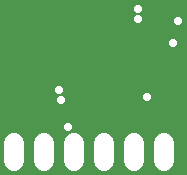
<source format=gbr>
G04 EAGLE Gerber RS-274X export*
G75*
%MOMM*%
%FSLAX34Y34*%
%LPD*%
%INSoldermask Bottom*%
%IPNEG*%
%AMOC8*
5,1,8,0,0,1.08239X$1,22.5*%
G01*
%ADD10C,1.651000*%
%ADD11C,0.731000*%


D10*
X38100Y20320D02*
X38100Y35560D01*
X63500Y35560D02*
X63500Y20320D01*
X88900Y20320D02*
X88900Y35560D01*
X114300Y35560D02*
X114300Y20320D01*
X139700Y20320D02*
X139700Y35560D01*
X165100Y35560D02*
X165100Y20320D01*
D11*
X172212Y120396D03*
X150876Y74676D03*
X143256Y140208D03*
X77724Y71628D03*
X83820Y48768D03*
X143281Y149296D03*
X76200Y80772D03*
X176784Y138684D03*
M02*

</source>
